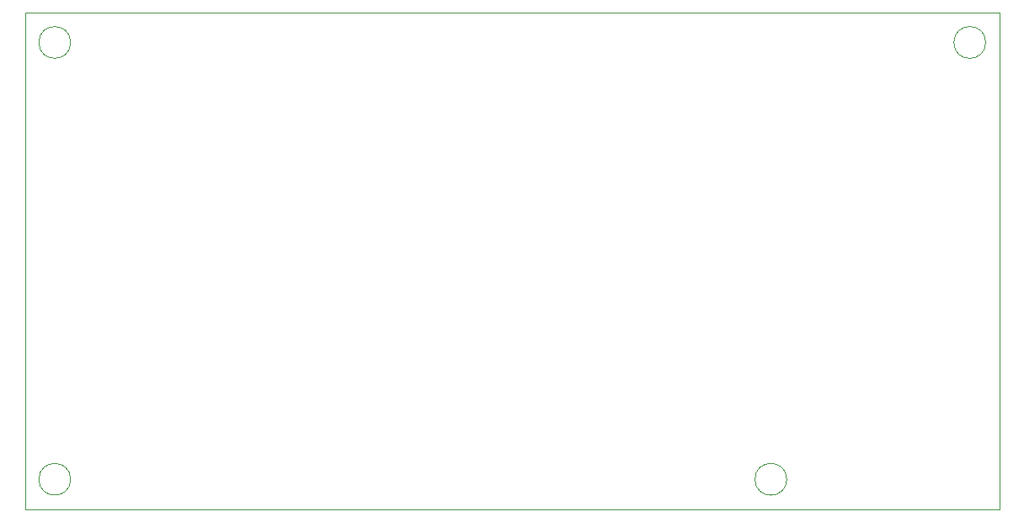
<source format=gm1>
G04 #@! TF.GenerationSoftware,KiCad,Pcbnew,8.0.3*
G04 #@! TF.CreationDate,2024-06-12T20:13:02+02:00*
G04 #@! TF.ProjectId,Li Ion Doctor,4c692049-6f6e-4204-946f-63746f722e6b,1*
G04 #@! TF.SameCoordinates,Original*
G04 #@! TF.FileFunction,Profile,NP*
%FSLAX46Y46*%
G04 Gerber Fmt 4.6, Leading zero omitted, Abs format (unit mm)*
G04 Created by KiCad (PCBNEW 8.0.3) date 2024-06-12 20:13:02*
%MOMM*%
%LPD*%
G01*
G04 APERTURE LIST*
G04 #@! TA.AperFunction,Profile*
%ADD10C,0.100000*%
G04 #@! TD*
G04 APERTURE END LIST*
D10*
X172451600Y-130712200D02*
G75*
G02*
X169251600Y-130712200I-1600000J0D01*
G01*
X169251600Y-130712200D02*
G75*
G02*
X172451600Y-130712200I1600000J0D01*
G01*
X100451600Y-86712200D02*
G75*
G02*
X97251600Y-86712200I-1600000J0D01*
G01*
X97251600Y-86712200D02*
G75*
G02*
X100451600Y-86712200I1600000J0D01*
G01*
X100451600Y-130712200D02*
G75*
G02*
X97251600Y-130712200I-1600000J0D01*
G01*
X97251600Y-130712200D02*
G75*
G02*
X100451600Y-130712200I1600000J0D01*
G01*
X95851600Y-83712200D02*
X193851600Y-83712200D01*
X193851600Y-133712200D01*
X95851600Y-133712200D01*
X95851600Y-83712200D01*
X192451600Y-86712200D02*
G75*
G02*
X189251600Y-86712200I-1600000J0D01*
G01*
X189251600Y-86712200D02*
G75*
G02*
X192451600Y-86712200I1600000J0D01*
G01*
M02*

</source>
